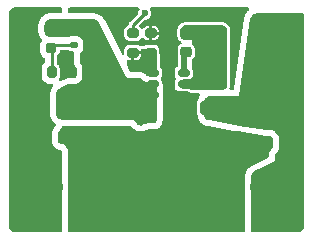
<source format=gbr>
G04 #@! TF.GenerationSoftware,KiCad,Pcbnew,8.0.8*
G04 #@! TF.CreationDate,2026-01-04T09:20:55-05:00*
G04 #@! TF.ProjectId,project-hw-60v-dcdc,70726f6a-6563-4742-9d68-772d3630762d,rev?*
G04 #@! TF.SameCoordinates,Original*
G04 #@! TF.FileFunction,Copper,L1,Top*
G04 #@! TF.FilePolarity,Positive*
%FSLAX46Y46*%
G04 Gerber Fmt 4.6, Leading zero omitted, Abs format (unit mm)*
G04 Created by KiCad (PCBNEW 8.0.8) date 2026-01-04 09:20:55*
%MOMM*%
%LPD*%
G01*
G04 APERTURE LIST*
G04 Aperture macros list*
%AMRoundRect*
0 Rectangle with rounded corners*
0 $1 Rounding radius*
0 $2 $3 $4 $5 $6 $7 $8 $9 X,Y pos of 4 corners*
0 Add a 4 corners polygon primitive as box body*
4,1,4,$2,$3,$4,$5,$6,$7,$8,$9,$2,$3,0*
0 Add four circle primitives for the rounded corners*
1,1,$1+$1,$2,$3*
1,1,$1+$1,$4,$5*
1,1,$1+$1,$6,$7*
1,1,$1+$1,$8,$9*
0 Add four rect primitives between the rounded corners*
20,1,$1+$1,$2,$3,$4,$5,0*
20,1,$1+$1,$4,$5,$6,$7,0*
20,1,$1+$1,$6,$7,$8,$9,0*
20,1,$1+$1,$8,$9,$2,$3,0*%
G04 Aperture macros list end*
G04 #@! TA.AperFunction,SMDPad,CuDef*
%ADD10RoundRect,0.250000X-1.100000X0.325000X-1.100000X-0.325000X1.100000X-0.325000X1.100000X0.325000X0*%
G04 #@! TD*
G04 #@! TA.AperFunction,SMDPad,CuDef*
%ADD11RoundRect,0.225000X0.250000X-0.225000X0.250000X0.225000X-0.250000X0.225000X-0.250000X-0.225000X0*%
G04 #@! TD*
G04 #@! TA.AperFunction,SMDPad,CuDef*
%ADD12RoundRect,0.150000X-0.375000X-0.150000X0.375000X-0.150000X0.375000X0.150000X-0.375000X0.150000X0*%
G04 #@! TD*
G04 #@! TA.AperFunction,SMDPad,CuDef*
%ADD13RoundRect,0.480000X1.520000X-1.770000X1.520000X1.770000X-1.520000X1.770000X-1.520000X-1.770000X0*%
G04 #@! TD*
G04 #@! TA.AperFunction,ComponentPad*
%ADD14C,1.700000*%
G04 #@! TD*
G04 #@! TA.AperFunction,SMDPad,CuDef*
%ADD15RoundRect,0.125000X0.175000X-0.125000X0.175000X0.125000X-0.175000X0.125000X-0.175000X-0.125000X0*%
G04 #@! TD*
G04 #@! TA.AperFunction,SMDPad,CuDef*
%ADD16RoundRect,0.200000X0.275000X-0.200000X0.275000X0.200000X-0.275000X0.200000X-0.275000X-0.200000X0*%
G04 #@! TD*
G04 #@! TA.AperFunction,SMDPad,CuDef*
%ADD17RoundRect,0.475000X-0.475000X-2.075000X0.475000X-2.075000X0.475000X2.075000X-0.475000X2.075000X0*%
G04 #@! TD*
G04 #@! TA.AperFunction,SMDPad,CuDef*
%ADD18RoundRect,0.200000X0.250000X0.200000X-0.250000X0.200000X-0.250000X-0.200000X0.250000X-0.200000X0*%
G04 #@! TD*
G04 #@! TA.AperFunction,SMDPad,CuDef*
%ADD19RoundRect,0.200000X-0.200000X-0.275000X0.200000X-0.275000X0.200000X0.275000X-0.200000X0.275000X0*%
G04 #@! TD*
G04 #@! TA.AperFunction,SMDPad,CuDef*
%ADD20RoundRect,0.225000X-0.250000X0.225000X-0.250000X-0.225000X0.250000X-0.225000X0.250000X0.225000X0*%
G04 #@! TD*
G04 #@! TA.AperFunction,SMDPad,CuDef*
%ADD21RoundRect,0.200000X-0.275000X0.200000X-0.275000X-0.200000X0.275000X-0.200000X0.275000X0.200000X0*%
G04 #@! TD*
G04 #@! TA.AperFunction,ViaPad*
%ADD22C,0.600000*%
G04 #@! TD*
G04 #@! TA.AperFunction,Conductor*
%ADD23C,0.500000*%
G04 #@! TD*
G04 #@! TA.AperFunction,Conductor*
%ADD24C,0.250000*%
G04 #@! TD*
G04 APERTURE END LIST*
D10*
X52000000Y-31025000D03*
X52000000Y-33975000D03*
D11*
X49500000Y-26275000D03*
X49500000Y-24725000D03*
D10*
X43500000Y-30525000D03*
X43500000Y-33475000D03*
D12*
X46700000Y-28050000D03*
X46700000Y-29000000D03*
X46700000Y-29950000D03*
X49300000Y-29950000D03*
X49300000Y-29000000D03*
X49300000Y-28050000D03*
D10*
X55500000Y-31025000D03*
X55500000Y-33975000D03*
D13*
X42000000Y-39250000D03*
D14*
X40730000Y-37730000D03*
X43270000Y-37730000D03*
D13*
X37000000Y-39250000D03*
D14*
X35730000Y-37730000D03*
X38270000Y-37730000D03*
D13*
X52000000Y-39250000D03*
D14*
X50730000Y-37730000D03*
X53270000Y-37730000D03*
D15*
X40000000Y-24300000D03*
X40000000Y-25700000D03*
D16*
X46500000Y-26325000D03*
X46500000Y-24675000D03*
D17*
X51900000Y-26500000D03*
X56100000Y-26500000D03*
D18*
X38100000Y-25950000D03*
X38100000Y-24050000D03*
X35900000Y-25000000D03*
D19*
X38175000Y-28000000D03*
X39825000Y-28000000D03*
D20*
X46500000Y-31725000D03*
X46500000Y-33275000D03*
D13*
X57000000Y-39250000D03*
D14*
X55730000Y-37730000D03*
X58270000Y-37730000D03*
D10*
X40000000Y-30525000D03*
X40000000Y-33475000D03*
D21*
X45000000Y-24675000D03*
X45000000Y-26325000D03*
D22*
X47750000Y-33750000D03*
X47000000Y-34500000D03*
X46000000Y-34500000D03*
X41000000Y-35000000D03*
X53000000Y-35500000D03*
X48000000Y-26500000D03*
X48000000Y-24500000D03*
X49000000Y-31000000D03*
X40000000Y-35000000D03*
X47750000Y-33000000D03*
X42500000Y-35000000D03*
X48000000Y-30000000D03*
X48000000Y-29000000D03*
X39500000Y-27000000D03*
X48000000Y-25500000D03*
X43500000Y-35000000D03*
X48000000Y-28000000D03*
X50000000Y-33000000D03*
X54000000Y-35500000D03*
X50000000Y-34000000D03*
X44500000Y-35000000D03*
X49750000Y-31000000D03*
X46000000Y-23000000D03*
X56000000Y-23500000D03*
D23*
X49300000Y-28050000D02*
X49300000Y-26475000D01*
X49300000Y-26475000D02*
X49500000Y-26275000D01*
D24*
X45000000Y-24000000D02*
X46000000Y-23000000D01*
X45000000Y-24675000D02*
X45000000Y-24000000D01*
X38100000Y-25950000D02*
X38350000Y-25700000D01*
X38175000Y-26025000D02*
X38100000Y-25950000D01*
X38350000Y-25700000D02*
X40000000Y-25700000D01*
X38175000Y-28000000D02*
X38175000Y-26025000D01*
G04 #@! TA.AperFunction,Conductor*
G36*
X59442539Y-23019685D02*
G01*
X59488294Y-23072489D01*
X59499500Y-23124000D01*
X59499500Y-40993038D01*
X59498720Y-41006923D01*
X59488540Y-41097264D01*
X59482362Y-41124333D01*
X59454648Y-41203537D01*
X59442600Y-41228555D01*
X59397957Y-41299604D01*
X59380644Y-41321313D01*
X59321313Y-41380644D01*
X59299604Y-41397957D01*
X59228555Y-41442600D01*
X59203537Y-41454648D01*
X59124333Y-41482362D01*
X59097264Y-41488540D01*
X59017075Y-41497576D01*
X59006921Y-41498720D01*
X58993038Y-41499500D01*
X55124000Y-41499500D01*
X55056961Y-41479815D01*
X55011206Y-41427011D01*
X55000000Y-41375500D01*
X55000000Y-36817608D01*
X55001186Y-36800502D01*
X55016648Y-36689490D01*
X55025994Y-36656587D01*
X55067711Y-36561947D01*
X55085688Y-36532859D01*
X55151681Y-36453220D01*
X55176925Y-36430151D01*
X55269310Y-36366668D01*
X55284075Y-36357961D01*
X56000000Y-36000000D01*
X56723607Y-35638197D01*
X56723609Y-35638195D01*
X57000000Y-35500000D01*
X57000000Y-35004265D01*
X57019685Y-34937226D01*
X57058903Y-34898727D01*
X57068656Y-34892712D01*
X57192712Y-34768656D01*
X57284814Y-34619334D01*
X57339999Y-34452797D01*
X57350500Y-34350009D01*
X57350499Y-33599992D01*
X57339999Y-33497203D01*
X57284814Y-33330666D01*
X57192712Y-33181344D01*
X57068656Y-33057288D01*
X57048019Y-33044559D01*
X57000000Y-33014940D01*
X57000000Y-33000000D01*
X56966808Y-32994468D01*
X56919336Y-32965187D01*
X56919331Y-32965185D01*
X56917862Y-32964698D01*
X56752797Y-32910001D01*
X56752795Y-32910000D01*
X56650016Y-32899500D01*
X56407260Y-32899500D01*
X56386881Y-32897813D01*
X54000000Y-32500000D01*
X53666124Y-32444354D01*
X51426412Y-32071068D01*
X51409477Y-32067005D01*
X51300924Y-32032745D01*
X51269582Y-32017749D01*
X51182142Y-31959602D01*
X51156190Y-31936498D01*
X51088314Y-31856372D01*
X51069792Y-31826977D01*
X51026807Y-31731159D01*
X51017171Y-31697788D01*
X51001223Y-31585078D01*
X51000000Y-31567706D01*
X51000000Y-30508125D01*
X51001061Y-30491940D01*
X51014906Y-30386776D01*
X51023284Y-30355508D01*
X51060740Y-30265081D01*
X51076923Y-30237050D01*
X51136513Y-30159392D01*
X51159392Y-30136513D01*
X51237050Y-30076923D01*
X51265079Y-30060740D01*
X51355509Y-30023283D01*
X51386775Y-30014906D01*
X51491941Y-30001061D01*
X51508126Y-30000000D01*
X53566352Y-30000000D01*
X54000000Y-30000000D01*
X54937420Y-23438059D01*
X54941164Y-23420777D01*
X54973670Y-23309738D01*
X54988313Y-23277613D01*
X55045963Y-23187782D01*
X55069069Y-23161088D01*
X55149702Y-23091155D01*
X55179398Y-23072056D01*
X55276473Y-23027692D01*
X55310349Y-23017739D01*
X55407309Y-23003789D01*
X55424863Y-23001264D01*
X55442520Y-23000000D01*
X59375500Y-23000000D01*
X59442539Y-23019685D01*
G37*
G04 #@! TD.AperFunction*
G04 #@! TA.AperFunction,Conductor*
G36*
X45504982Y-22520185D02*
G01*
X45550737Y-22572989D01*
X45560681Y-22642147D01*
X45536318Y-22699987D01*
X45519139Y-22722373D01*
X45519138Y-22722376D01*
X45463671Y-22856287D01*
X45463670Y-22856291D01*
X45446572Y-22986153D01*
X45418305Y-23050049D01*
X45411314Y-23057647D01*
X44769438Y-23699525D01*
X44699526Y-23769436D01*
X44650091Y-23855059D01*
X44650091Y-23855060D01*
X44650090Y-23855062D01*
X44644952Y-23874237D01*
X44624499Y-23950567D01*
X44623439Y-23958625D01*
X44620580Y-23958248D01*
X44604815Y-24011939D01*
X44552011Y-24057694D01*
X44541456Y-24061941D01*
X44512118Y-24072207D01*
X44402850Y-24152850D01*
X44322207Y-24262117D01*
X44322206Y-24262119D01*
X44277353Y-24390298D01*
X44277353Y-24390300D01*
X44274500Y-24420730D01*
X44274500Y-24929269D01*
X44277353Y-24959699D01*
X44277353Y-24959701D01*
X44322206Y-25087880D01*
X44322207Y-25087882D01*
X44402850Y-25197150D01*
X44512118Y-25277793D01*
X44546109Y-25289687D01*
X44640299Y-25322646D01*
X44670730Y-25325500D01*
X44670734Y-25325500D01*
X45329270Y-25325500D01*
X45359699Y-25322646D01*
X45359701Y-25322646D01*
X45423790Y-25300219D01*
X45487882Y-25277793D01*
X45597150Y-25197150D01*
X45677793Y-25087882D01*
X45677792Y-25087882D01*
X45680943Y-25083614D01*
X45736590Y-25041363D01*
X45806246Y-25035904D01*
X45867796Y-25068971D01*
X45891198Y-25100952D01*
X45897360Y-25113046D01*
X45897363Y-25113050D01*
X45986949Y-25202636D01*
X45986953Y-25202639D01*
X46099855Y-25260166D01*
X46193514Y-25274999D01*
X46374999Y-25274999D01*
X46625000Y-25274999D01*
X46806479Y-25274999D01*
X46900149Y-25260164D01*
X46900155Y-25260162D01*
X47013041Y-25202643D01*
X47013050Y-25202636D01*
X47102636Y-25113050D01*
X47102639Y-25113046D01*
X47160166Y-25000144D01*
X47175000Y-24906486D01*
X47175000Y-24800000D01*
X46625000Y-24800000D01*
X46625000Y-25274999D01*
X46374999Y-25274999D01*
X46375000Y-25274998D01*
X46375000Y-24550000D01*
X46625000Y-24550000D01*
X47174999Y-24550000D01*
X47174999Y-24443520D01*
X47160164Y-24349850D01*
X47160162Y-24349844D01*
X47102643Y-24236958D01*
X47102636Y-24236949D01*
X47013050Y-24147363D01*
X47013046Y-24147360D01*
X46900144Y-24089833D01*
X46806486Y-24075000D01*
X46625000Y-24075000D01*
X46625000Y-24550000D01*
X46375000Y-24550000D01*
X46375000Y-24075000D01*
X46193520Y-24075000D01*
X46099849Y-24089835D01*
X46099844Y-24089837D01*
X45986958Y-24147356D01*
X45986949Y-24147363D01*
X45897363Y-24236949D01*
X45897359Y-24236954D01*
X45891197Y-24249049D01*
X45843221Y-24299844D01*
X45775400Y-24316638D01*
X45709266Y-24294099D01*
X45680943Y-24266386D01*
X45659221Y-24236954D01*
X45597150Y-24152850D01*
X45587097Y-24145430D01*
X45544849Y-24089785D01*
X45539392Y-24020128D01*
X45572459Y-23958579D01*
X45572855Y-23958181D01*
X45942352Y-23588683D01*
X46003673Y-23555200D01*
X46013839Y-23553427D01*
X46143709Y-23536330D01*
X46277625Y-23480861D01*
X46392621Y-23392621D01*
X46480861Y-23277625D01*
X46536330Y-23143709D01*
X46555250Y-23000000D01*
X46536330Y-22856291D01*
X46480861Y-22722375D01*
X46480860Y-22722374D01*
X46480860Y-22722373D01*
X46463682Y-22699987D01*
X46438487Y-22634818D01*
X46452525Y-22566373D01*
X46501338Y-22516383D01*
X46562057Y-22500500D01*
X54726988Y-22500500D01*
X54794027Y-22520185D01*
X54839782Y-22572989D01*
X54849726Y-22642147D01*
X54820701Y-22705703D01*
X54808233Y-22718176D01*
X54737876Y-22779195D01*
X54737844Y-22779225D01*
X54686881Y-22830238D01*
X54686854Y-22830267D01*
X54663764Y-22856942D01*
X54663748Y-22856962D01*
X54620536Y-22914755D01*
X54562892Y-23004577D01*
X54562882Y-23004593D01*
X54528348Y-23067941D01*
X54528335Y-23067968D01*
X54513711Y-23100050D01*
X54513703Y-23100070D01*
X54513700Y-23100077D01*
X54488531Y-23167716D01*
X54488528Y-23167723D01*
X54488526Y-23167731D01*
X54456028Y-23278740D01*
X54447127Y-23313738D01*
X54443381Y-23331026D01*
X54437000Y-23366576D01*
X53576792Y-29388036D01*
X53547824Y-29451618D01*
X53489080Y-29489446D01*
X53454038Y-29494500D01*
X53293867Y-29494500D01*
X53226828Y-29474815D01*
X53181073Y-29422011D01*
X53171129Y-29352853D01*
X53179306Y-29323048D01*
X53212765Y-29242268D01*
X53212766Y-29242265D01*
X53223507Y-29210625D01*
X53223509Y-29210620D01*
X53231887Y-29179353D01*
X53238407Y-29146576D01*
X53252253Y-29041412D01*
X53253892Y-29024772D01*
X53254953Y-29008586D01*
X53255500Y-28991874D01*
X53255500Y-24508125D01*
X53254953Y-24491413D01*
X53253892Y-24475227D01*
X53252253Y-24458587D01*
X53238407Y-24353423D01*
X53231887Y-24320646D01*
X53223509Y-24289379D01*
X53212766Y-24257733D01*
X53212762Y-24257724D01*
X53175317Y-24167323D01*
X53175310Y-24167307D01*
X53175310Y-24167306D01*
X53160528Y-24137330D01*
X53144343Y-24109297D01*
X53125776Y-24081509D01*
X53066193Y-24003859D01*
X53066181Y-24003846D01*
X53066177Y-24003840D01*
X53044160Y-23978735D01*
X53044151Y-23978726D01*
X53021268Y-23955843D01*
X52996142Y-23933809D01*
X52918508Y-23874237D01*
X52918490Y-23874223D01*
X52918488Y-23874222D01*
X52890699Y-23855654D01*
X52890693Y-23855650D01*
X52890681Y-23855643D01*
X52862675Y-23839475D01*
X52862665Y-23839469D01*
X52832693Y-23824689D01*
X52832691Y-23824688D01*
X52832681Y-23824683D01*
X52832675Y-23824681D01*
X52742275Y-23787236D01*
X52742265Y-23787232D01*
X52712679Y-23777188D01*
X52687453Y-23765313D01*
X52683699Y-23762998D01*
X52683696Y-23762996D01*
X52522709Y-23709651D01*
X52423346Y-23699500D01*
X51376662Y-23699500D01*
X51376644Y-23699501D01*
X51277292Y-23709650D01*
X51277289Y-23709651D01*
X51191118Y-23738206D01*
X51152114Y-23744500D01*
X49508126Y-23744500D01*
X49494546Y-23744944D01*
X49491410Y-23745047D01*
X49475202Y-23746109D01*
X49458599Y-23747745D01*
X49353430Y-23761591D01*
X49320654Y-23768110D01*
X49289376Y-23776490D01*
X49257738Y-23787229D01*
X49167311Y-23824684D01*
X49137320Y-23839474D01*
X49109298Y-23855654D01*
X49081517Y-23874216D01*
X49081489Y-23874237D01*
X49003849Y-23933813D01*
X48978729Y-23955843D01*
X48955843Y-23978729D01*
X48933813Y-24003849D01*
X48874233Y-24081493D01*
X48874230Y-24081498D01*
X48855645Y-24109313D01*
X48839463Y-24137343D01*
X48824687Y-24167307D01*
X48787236Y-24257723D01*
X48787236Y-24257724D01*
X48776487Y-24289386D01*
X48768110Y-24320652D01*
X48768109Y-24320655D01*
X48761593Y-24353421D01*
X48747745Y-24458603D01*
X48746109Y-24475201D01*
X48745047Y-24491409D01*
X48744500Y-24508138D01*
X48744500Y-24741860D01*
X48745047Y-24758589D01*
X48746109Y-24774797D01*
X48747745Y-24791395D01*
X48761593Y-24896577D01*
X48768112Y-24929356D01*
X48770277Y-24937436D01*
X48774500Y-24969517D01*
X48774500Y-24995479D01*
X48774501Y-24995491D01*
X48780587Y-25052114D01*
X48803316Y-25113050D01*
X48828372Y-25180226D01*
X48910313Y-25289687D01*
X49019774Y-25371628D01*
X49052458Y-25383818D01*
X49108390Y-25425687D01*
X49132808Y-25491151D01*
X49117957Y-25559424D01*
X49068552Y-25608830D01*
X49052461Y-25616179D01*
X49019774Y-25628371D01*
X48910313Y-25710313D01*
X48828373Y-25819771D01*
X48780587Y-25947889D01*
X48774500Y-26004498D01*
X48774500Y-26545481D01*
X48774501Y-26545490D01*
X48780587Y-26602114D01*
X48780588Y-26602118D01*
X48791680Y-26631852D01*
X48799500Y-26675189D01*
X48799500Y-27438466D01*
X48779815Y-27505505D01*
X48731796Y-27548950D01*
X48686656Y-27571950D01*
X48596954Y-27661652D01*
X48596951Y-27661657D01*
X48596950Y-27661658D01*
X48579798Y-27695321D01*
X48539352Y-27774698D01*
X48524500Y-27868475D01*
X48524500Y-28231517D01*
X48533098Y-28285805D01*
X48539354Y-28325304D01*
X48596950Y-28438342D01*
X48596953Y-28438345D01*
X48602689Y-28446241D01*
X48601334Y-28447224D01*
X48629411Y-28498642D01*
X48624427Y-28568334D01*
X48601987Y-28603249D01*
X48602689Y-28603759D01*
X48596951Y-28611657D01*
X48539352Y-28724698D01*
X48524500Y-28818475D01*
X48524500Y-29181517D01*
X48534122Y-29242266D01*
X48539354Y-29275304D01*
X48596950Y-29388342D01*
X48596952Y-29388344D01*
X48596954Y-29388347D01*
X48686652Y-29478045D01*
X48686654Y-29478046D01*
X48686658Y-29478050D01*
X48799696Y-29535646D01*
X48799698Y-29535647D01*
X48871583Y-29547031D01*
X48893481Y-29550500D01*
X48941315Y-29550499D01*
X49008353Y-29570182D01*
X49016801Y-29576123D01*
X49017384Y-29576570D01*
X49025973Y-29582881D01*
X49034419Y-29588819D01*
X49034419Y-29588820D01*
X49034421Y-29588821D01*
X49034424Y-29588823D01*
X49109395Y-29624965D01*
X49176434Y-29644650D01*
X49176439Y-29644650D01*
X49176440Y-29644651D01*
X49188071Y-29646323D01*
X49248419Y-29655000D01*
X49676656Y-29655000D01*
X49696050Y-29656526D01*
X49700963Y-29657304D01*
X49737862Y-29669292D01*
X49797347Y-29699602D01*
X49797347Y-29699601D01*
X49827337Y-29714882D01*
X49842697Y-29720479D01*
X49853216Y-29725465D01*
X49920255Y-29745150D01*
X49920259Y-29745150D01*
X49920261Y-29745151D01*
X49931892Y-29746823D01*
X49992240Y-29755500D01*
X50560039Y-29755500D01*
X50627078Y-29775185D01*
X50672833Y-29827989D01*
X50682777Y-29897147D01*
X50663141Y-29948391D01*
X50639140Y-29984310D01*
X50639137Y-29984314D01*
X50622960Y-30012336D01*
X50593720Y-30071631D01*
X50556266Y-30162053D01*
X50556262Y-30162064D01*
X50535008Y-30224675D01*
X50526630Y-30255944D01*
X50513731Y-30320795D01*
X50508374Y-30361478D01*
X50484704Y-30419596D01*
X50456203Y-30457670D01*
X50456202Y-30457671D01*
X50405910Y-30592513D01*
X50405909Y-30592517D01*
X50399500Y-30652127D01*
X50399500Y-30652134D01*
X50399500Y-30652135D01*
X50399500Y-31397870D01*
X50399501Y-31397876D01*
X50405908Y-31457483D01*
X50456202Y-31592328D01*
X50456206Y-31592335D01*
X50480935Y-31625369D01*
X50504445Y-31682306D01*
X50516656Y-31768602D01*
X50531509Y-31838013D01*
X50541149Y-31871398D01*
X50565591Y-31938065D01*
X50608571Y-32033873D01*
X50608574Y-32033878D01*
X50608576Y-32033883D01*
X50612463Y-32041136D01*
X50642114Y-32096462D01*
X50660637Y-32125859D01*
X50680883Y-32153478D01*
X50702605Y-32183112D01*
X50754235Y-32244060D01*
X50770482Y-32263239D01*
X50820052Y-32314044D01*
X50820065Y-32314056D01*
X50846017Y-32337160D01*
X50902229Y-32380528D01*
X50989669Y-32438675D01*
X51051406Y-32473742D01*
X51082748Y-32488738D01*
X51148782Y-32514806D01*
X51181668Y-32525185D01*
X51257321Y-32549062D01*
X51257331Y-32549065D01*
X51257335Y-32549066D01*
X51291545Y-32558556D01*
X51308480Y-32562619D01*
X51343308Y-32569690D01*
X53583020Y-32942976D01*
X53916896Y-32998622D01*
X56303777Y-33396435D01*
X56345178Y-33401590D01*
X56350938Y-33402066D01*
X56365564Y-33403278D01*
X56407252Y-33405000D01*
X56407260Y-33405000D01*
X56617942Y-33405000D01*
X56630487Y-33405636D01*
X56632800Y-33405872D01*
X56659233Y-33411527D01*
X56678823Y-33418018D01*
X56694407Y-33423183D01*
X56714972Y-33432134D01*
X56716078Y-33432741D01*
X56730857Y-33442818D01*
X56731024Y-33442588D01*
X56734618Y-33445176D01*
X56740662Y-33448904D01*
X56763245Y-33466761D01*
X56783238Y-33486754D01*
X56801096Y-33509339D01*
X56815946Y-33533415D01*
X56828112Y-33559506D01*
X56838469Y-33590760D01*
X56844121Y-33617150D01*
X56844356Y-33619448D01*
X56844999Y-33632063D01*
X56844999Y-34317933D01*
X56844356Y-34330542D01*
X56844121Y-34332841D01*
X56838470Y-34359236D01*
X56828113Y-34390491D01*
X56815946Y-34416583D01*
X56801096Y-34440659D01*
X56783238Y-34463244D01*
X56727195Y-34519287D01*
X56715977Y-34529224D01*
X56704787Y-34537988D01*
X56704784Y-34537990D01*
X56665567Y-34576489D01*
X56665560Y-34576497D01*
X56594433Y-34663928D01*
X56534663Y-34794802D01*
X56514976Y-34861847D01*
X56494500Y-35004266D01*
X56494500Y-35110948D01*
X56474815Y-35177987D01*
X56425954Y-35221857D01*
X55773934Y-35547867D01*
X55058016Y-35905824D01*
X55027296Y-35922535D01*
X55012548Y-35931231D01*
X54983012Y-35950057D01*
X54890645Y-36013527D01*
X54890641Y-36013531D01*
X54835921Y-36056993D01*
X54835918Y-36056996D01*
X54810676Y-36080063D01*
X54810675Y-36080064D01*
X54762450Y-36130681D01*
X54762443Y-36130689D01*
X54696461Y-36210316D01*
X54696449Y-36210331D01*
X54655677Y-36267113D01*
X54637705Y-36296193D01*
X54605155Y-36358053D01*
X54563436Y-36452699D01*
X54539729Y-36518467D01*
X54530383Y-36551373D01*
X54530379Y-36551388D01*
X54515981Y-36619753D01*
X54515981Y-36619756D01*
X54500519Y-36730768D01*
X54500517Y-36730785D01*
X54500516Y-36730794D01*
X54496897Y-36765531D01*
X54495712Y-36782624D01*
X54494500Y-36817619D01*
X54494500Y-41375500D01*
X54474815Y-41442539D01*
X54422011Y-41488294D01*
X54370500Y-41499500D01*
X39629500Y-41499500D01*
X39562461Y-41479815D01*
X39516706Y-41427011D01*
X39505500Y-41375500D01*
X39505500Y-34674509D01*
X39505500Y-34674499D01*
X39493947Y-34567042D01*
X39482740Y-34515527D01*
X39448605Y-34412977D01*
X39370814Y-34291940D01*
X39325057Y-34239137D01*
X39216319Y-34144920D01*
X39216318Y-34144919D01*
X39085440Y-34085154D01*
X39018403Y-34065472D01*
X39018399Y-34065471D01*
X39018402Y-34065471D01*
X39018390Y-34065469D01*
X38950242Y-34055673D01*
X38941605Y-34051728D01*
X38879011Y-34045331D01*
X38876527Y-34045027D01*
X38873306Y-34044749D01*
X38867167Y-34044122D01*
X38840762Y-34038470D01*
X38809507Y-34028113D01*
X38783415Y-34015946D01*
X38759339Y-34001096D01*
X38736754Y-33983238D01*
X38716760Y-33963244D01*
X38698901Y-33940657D01*
X38684051Y-33916580D01*
X38671886Y-33890493D01*
X38661528Y-33859237D01*
X38655872Y-33832801D01*
X38655637Y-33830500D01*
X38655000Y-33817942D01*
X38655000Y-33132055D01*
X38655636Y-33119511D01*
X38655872Y-33117195D01*
X38661525Y-33090768D01*
X38671885Y-33059504D01*
X38684048Y-33033421D01*
X38698906Y-33009331D01*
X38716757Y-32986756D01*
X38752597Y-32950916D01*
X38767808Y-32937980D01*
X38771455Y-32935354D01*
X38798604Y-32912679D01*
X38850624Y-32862500D01*
X38930559Y-32742868D01*
X38960714Y-32679840D01*
X38960719Y-32679829D01*
X38960720Y-32679824D01*
X38960723Y-32679818D01*
X38988078Y-32592450D01*
X39026894Y-32534354D01*
X39090957Y-32506467D01*
X39106413Y-32505500D01*
X44739254Y-32505500D01*
X44806293Y-32525185D01*
X44826929Y-32541814D01*
X44990358Y-32705243D01*
X45014497Y-32727852D01*
X45026692Y-32738547D01*
X45052267Y-32759536D01*
X45052275Y-32759542D01*
X45136423Y-32824112D01*
X45136438Y-32824123D01*
X45174051Y-32849254D01*
X45191412Y-32860854D01*
X45219446Y-32877039D01*
X45278746Y-32906282D01*
X45278751Y-32906284D01*
X45278755Y-32906286D01*
X45369160Y-32943733D01*
X45369162Y-32943733D01*
X45369171Y-32943737D01*
X45412409Y-32958414D01*
X45431763Y-32964984D01*
X45431769Y-32964985D01*
X45431779Y-32964989D01*
X45463045Y-32973367D01*
X45527900Y-32986268D01*
X45573756Y-32992305D01*
X45573759Y-32992306D01*
X45573759Y-32992305D01*
X45607468Y-32996743D01*
X45620029Y-32998397D01*
X45620029Y-32998398D01*
X45633053Y-33000113D01*
X45659100Y-33002678D01*
X45665969Y-33003355D01*
X45665974Y-33003355D01*
X45665981Y-33003356D01*
X45682166Y-33004417D01*
X45715233Y-33005500D01*
X45715247Y-33005500D01*
X45724802Y-33005500D01*
X45724808Y-33005500D01*
X45734713Y-33005257D01*
X45749581Y-33004893D01*
X45759497Y-33004406D01*
X45761703Y-33004298D01*
X45786391Y-33002480D01*
X45926121Y-32968170D01*
X45978431Y-32947059D01*
X45978430Y-32947058D01*
X46003782Y-32936827D01*
X46004567Y-32935872D01*
X46024952Y-32924633D01*
X46056179Y-32911065D01*
X46056180Y-32911064D01*
X46056188Y-32911061D01*
X46144060Y-32856858D01*
X46170140Y-32844697D01*
X46195508Y-32836291D01*
X46234504Y-32830000D01*
X46825762Y-32830000D01*
X46826657Y-32829511D01*
X46851806Y-32826679D01*
X46862451Y-32826573D01*
X46862731Y-32826571D01*
X46917268Y-32819902D01*
X46917270Y-32819901D01*
X46917274Y-32819901D01*
X47026921Y-32793835D01*
X47154013Y-32726388D01*
X47198162Y-32694150D01*
X47205386Y-32690121D01*
X47210441Y-32685185D01*
X47210442Y-32685185D01*
X47313384Y-32584664D01*
X47324115Y-32570679D01*
X47332216Y-32558556D01*
X47360845Y-32515709D01*
X47360845Y-32515708D01*
X47360849Y-32515703D01*
X47377034Y-32487670D01*
X47406280Y-32428364D01*
X47443736Y-32337937D01*
X47464990Y-32275325D01*
X47473368Y-32244058D01*
X47486268Y-32179209D01*
X47500114Y-32074045D01*
X47503356Y-32041125D01*
X47504417Y-32024939D01*
X47505500Y-31991874D01*
X47505500Y-29008125D01*
X47504417Y-28975060D01*
X47503356Y-28958874D01*
X47500114Y-28925955D01*
X47495687Y-28892330D01*
X47480372Y-28818780D01*
X47480367Y-28818761D01*
X47471714Y-28788631D01*
X47468422Y-28773799D01*
X47460646Y-28724696D01*
X47403050Y-28611658D01*
X47403045Y-28611653D01*
X47397311Y-28603759D01*
X47398665Y-28602774D01*
X47370590Y-28551368D01*
X47375569Y-28481676D01*
X47398013Y-28446751D01*
X47397311Y-28446241D01*
X47403042Y-28438349D01*
X47403050Y-28438342D01*
X47460646Y-28325304D01*
X47460646Y-28325302D01*
X47460647Y-28325301D01*
X47475499Y-28231524D01*
X47475500Y-28231519D01*
X47475499Y-27868482D01*
X47460646Y-27774696D01*
X47403050Y-27661658D01*
X47403046Y-27661654D01*
X47403045Y-27661652D01*
X47313344Y-27571951D01*
X47306611Y-27567059D01*
X47263947Y-27511727D01*
X47255500Y-27466743D01*
X47255500Y-26508138D01*
X47255500Y-26508125D01*
X47254953Y-26491413D01*
X47253892Y-26475227D01*
X47252253Y-26458587D01*
X47238407Y-26353423D01*
X47231887Y-26320646D01*
X47229723Y-26312571D01*
X47225500Y-26280484D01*
X47225500Y-26070730D01*
X47222646Y-26040300D01*
X47222646Y-26040298D01*
X47177793Y-25912119D01*
X47177792Y-25912117D01*
X47109640Y-25819774D01*
X47097150Y-25802850D01*
X46987882Y-25722207D01*
X46987880Y-25722206D01*
X46859700Y-25677353D01*
X46829270Y-25674500D01*
X46829266Y-25674500D01*
X46170734Y-25674500D01*
X46170730Y-25674500D01*
X46140300Y-25677353D01*
X46140298Y-25677353D01*
X46012117Y-25722207D01*
X46003902Y-25726549D01*
X46002874Y-25724605D01*
X45949115Y-25744241D01*
X45941109Y-25744500D01*
X45798996Y-25744500D01*
X45744686Y-25750338D01*
X45693180Y-25761543D01*
X45693171Y-25761546D01*
X45666809Y-25768778D01*
X45666803Y-25768780D01*
X45666801Y-25768781D01*
X45666798Y-25768782D01*
X45659641Y-25771748D01*
X45658569Y-25769161D01*
X45603485Y-25782159D01*
X45537602Y-25758894D01*
X45536598Y-25758161D01*
X45487882Y-25722207D01*
X45487880Y-25722206D01*
X45359700Y-25677353D01*
X45329270Y-25674500D01*
X45329266Y-25674500D01*
X44670734Y-25674500D01*
X44670730Y-25674500D01*
X44640300Y-25677353D01*
X44640298Y-25677353D01*
X44512119Y-25722206D01*
X44512117Y-25722207D01*
X44402850Y-25802850D01*
X44322207Y-25912117D01*
X44322206Y-25912119D01*
X44277353Y-26040298D01*
X44277353Y-26040300D01*
X44274500Y-26070730D01*
X44274500Y-26393398D01*
X44254815Y-26460437D01*
X44202011Y-26506192D01*
X44132853Y-26516136D01*
X44069297Y-26487111D01*
X44039591Y-26448852D01*
X42594179Y-23558024D01*
X42582377Y-23536330D01*
X42577463Y-23527297D01*
X42568752Y-23512526D01*
X42549953Y-23483032D01*
X42549946Y-23483021D01*
X42486478Y-23390656D01*
X42467352Y-23366576D01*
X42443003Y-23335919D01*
X42438531Y-23331026D01*
X42419927Y-23310668D01*
X42419914Y-23310655D01*
X42369315Y-23262450D01*
X42289681Y-23196461D01*
X42289678Y-23196459D01*
X42232889Y-23155679D01*
X42232885Y-23155676D01*
X42203826Y-23137717D01*
X42203800Y-23137702D01*
X42197646Y-23134464D01*
X42141948Y-23105157D01*
X42141939Y-23105153D01*
X42141933Y-23105150D01*
X42047315Y-23063441D01*
X41981536Y-23039730D01*
X41981517Y-23039724D01*
X41948654Y-23030390D01*
X41948640Y-23030386D01*
X41948628Y-23030383D01*
X41948620Y-23030381D01*
X41948611Y-23030379D01*
X41880276Y-23015987D01*
X41880257Y-23015983D01*
X41880248Y-23015982D01*
X41880230Y-23015979D01*
X41880227Y-23015979D01*
X41769251Y-23000521D01*
X41769244Y-23000520D01*
X41769235Y-23000519D01*
X41734433Y-22996894D01*
X41734430Y-22996893D01*
X41734413Y-22996892D01*
X41717339Y-22995709D01*
X41691708Y-22994822D01*
X41682392Y-22994500D01*
X41682388Y-22994500D01*
X39629500Y-22994500D01*
X39562461Y-22974815D01*
X39516706Y-22922011D01*
X39505500Y-22870500D01*
X39505500Y-22624500D01*
X39525185Y-22557461D01*
X39577989Y-22511706D01*
X39629500Y-22500500D01*
X45437943Y-22500500D01*
X45504982Y-22520185D01*
G37*
G04 #@! TD.AperFunction*
G04 #@! TA.AperFunction,Conductor*
G36*
X39560139Y-26095185D02*
G01*
X39580781Y-26111819D01*
X39603789Y-26134827D01*
X39711572Y-26187518D01*
X39716375Y-26189866D01*
X39789364Y-26200500D01*
X39884425Y-26200500D01*
X39951464Y-26220185D01*
X39997219Y-26272989D01*
X40007163Y-26342146D01*
X39994500Y-26430221D01*
X39994500Y-27157982D01*
X39997397Y-27212030D01*
X39997397Y-27212031D01*
X40000229Y-27238364D01*
X40000232Y-27238391D01*
X40008885Y-27291787D01*
X40008885Y-27291789D01*
X40015352Y-27309126D01*
X40059168Y-27426599D01*
X40092653Y-27487922D01*
X40151895Y-27567059D01*
X40176740Y-27600248D01*
X40183584Y-27610400D01*
X40196339Y-27631500D01*
X40208603Y-27658750D01*
X40212338Y-27670734D01*
X40214385Y-27677301D01*
X40220000Y-27714193D01*
X40220000Y-28285805D01*
X40214383Y-28322702D01*
X40208602Y-28341250D01*
X40196339Y-28368498D01*
X40187419Y-28383255D01*
X40168980Y-28406791D01*
X40156791Y-28418980D01*
X40133258Y-28437417D01*
X40118502Y-28446337D01*
X40091250Y-28458603D01*
X40072701Y-28464384D01*
X40035805Y-28470000D01*
X39578269Y-28470000D01*
X39527654Y-28475893D01*
X39462139Y-28483521D01*
X39462136Y-28483521D01*
X39462133Y-28483522D01*
X39462128Y-28483522D01*
X39406701Y-28496606D01*
X39406694Y-28496608D01*
X39406687Y-28496610D01*
X39406685Y-28496611D01*
X39401082Y-28498642D01*
X39296754Y-28536455D01*
X39296741Y-28536461D01*
X38879331Y-28745166D01*
X38810566Y-28757541D01*
X38746027Y-28730773D01*
X38706205Y-28673363D01*
X38703743Y-28603537D01*
X38724105Y-28560626D01*
X38777793Y-28487882D01*
X38809893Y-28396145D01*
X38822646Y-28359701D01*
X38822646Y-28359699D01*
X38825500Y-28329269D01*
X38825500Y-27670730D01*
X38822646Y-27640300D01*
X38822646Y-27640298D01*
X38777793Y-27512119D01*
X38777792Y-27512117D01*
X38772912Y-27505505D01*
X38697150Y-27402850D01*
X38642994Y-27362881D01*
X38600866Y-27331789D01*
X38558615Y-27276141D01*
X38550500Y-27232019D01*
X38550500Y-26624529D01*
X38570185Y-26557490D01*
X38600867Y-26524759D01*
X38651878Y-26487111D01*
X38672150Y-26472150D01*
X38752793Y-26362882D01*
X38784248Y-26272989D01*
X38797646Y-26234701D01*
X38797646Y-26234699D01*
X38800500Y-26204269D01*
X38800500Y-26199500D01*
X38820185Y-26132461D01*
X38872989Y-26086706D01*
X38924500Y-26075500D01*
X39493100Y-26075500D01*
X39560139Y-26095185D01*
G37*
G04 #@! TD.AperFunction*
G04 #@! TA.AperFunction,Conductor*
G36*
X38943039Y-22520185D02*
G01*
X38988794Y-22572989D01*
X39000000Y-22624500D01*
X39000000Y-22870500D01*
X38980315Y-22937539D01*
X38927511Y-22983294D01*
X38876000Y-22994500D01*
X38008126Y-22994500D01*
X37975059Y-22995583D01*
X37958858Y-22996645D01*
X37925979Y-22999883D01*
X37905762Y-23002542D01*
X37905745Y-23002546D01*
X37820794Y-23013730D01*
X37755947Y-23026629D01*
X37724692Y-23035003D01*
X37724684Y-23035005D01*
X37662076Y-23056256D01*
X37662052Y-23056265D01*
X37571666Y-23093703D01*
X37571630Y-23093720D01*
X37512324Y-23122966D01*
X37484296Y-23139149D01*
X37429325Y-23175879D01*
X37429297Y-23175900D01*
X37351666Y-23235469D01*
X37301937Y-23279082D01*
X37279082Y-23301937D01*
X37235469Y-23351666D01*
X37175900Y-23429297D01*
X37175879Y-23429325D01*
X37139153Y-23484289D01*
X37122972Y-23512314D01*
X37093701Y-23571675D01*
X37089036Y-23582939D01*
X37089035Y-23582942D01*
X37056269Y-23662043D01*
X37035005Y-23724687D01*
X37035003Y-23724691D01*
X37026630Y-23755944D01*
X37013730Y-23820800D01*
X36999887Y-23925949D01*
X36996644Y-23958867D01*
X36995583Y-23975056D01*
X36994500Y-24008139D01*
X36994500Y-24491859D01*
X36995583Y-24524942D01*
X36996644Y-24541131D01*
X36999887Y-24574049D01*
X37013730Y-24679198D01*
X37026630Y-24744054D01*
X37035008Y-24775323D01*
X37056262Y-24837934D01*
X37056266Y-24837945D01*
X37093714Y-24928354D01*
X37122970Y-24987680D01*
X37139149Y-25015702D01*
X37175880Y-25070673D01*
X37235469Y-25148331D01*
X37270162Y-25187890D01*
X37299565Y-25251271D01*
X37290033Y-25320488D01*
X37283051Y-25333798D01*
X37206523Y-25460391D01*
X37155913Y-25622807D01*
X37149500Y-25693386D01*
X37149500Y-26206613D01*
X37155913Y-26277192D01*
X37155913Y-26277194D01*
X37155914Y-26277196D01*
X37206522Y-26439606D01*
X37294530Y-26585188D01*
X37414816Y-26705474D01*
X37489649Y-26750711D01*
X37536837Y-26802238D01*
X37549500Y-26856828D01*
X37549500Y-27108480D01*
X37529815Y-27175519D01*
X37513181Y-27196161D01*
X37419531Y-27289810D01*
X37419530Y-27289811D01*
X37331522Y-27435393D01*
X37280913Y-27597807D01*
X37274500Y-27668386D01*
X37274500Y-28331613D01*
X37280913Y-28402192D01*
X37331522Y-28564606D01*
X37419530Y-28710188D01*
X37539811Y-28830469D01*
X37539813Y-28830470D01*
X37539815Y-28830472D01*
X37685394Y-28918478D01*
X37847804Y-28969086D01*
X37918384Y-28975500D01*
X37918387Y-28975500D01*
X38127249Y-28975500D01*
X38194288Y-28995185D01*
X38240043Y-29047989D01*
X38249987Y-29117147D01*
X38222729Y-29178618D01*
X38196448Y-29210332D01*
X38155677Y-29267113D01*
X38137705Y-29296193D01*
X38105155Y-29358053D01*
X38063436Y-29452699D01*
X38039729Y-29518467D01*
X38030383Y-29551373D01*
X38030379Y-29551388D01*
X38015981Y-29619753D01*
X38015981Y-29619756D01*
X38000519Y-29730768D01*
X38000517Y-29730785D01*
X38000516Y-29730794D01*
X37996897Y-29765531D01*
X37995712Y-29782624D01*
X37994500Y-29817619D01*
X37994500Y-31491859D01*
X37995583Y-31524942D01*
X37996644Y-31541131D01*
X37999887Y-31574049D01*
X38013730Y-31679198D01*
X38026630Y-31744054D01*
X38035008Y-31775323D01*
X38056262Y-31837934D01*
X38056266Y-31837945D01*
X38093714Y-31928354D01*
X38122970Y-31987680D01*
X38139149Y-32015702D01*
X38175880Y-32070673D01*
X38175885Y-32070680D01*
X38235468Y-32148330D01*
X38262549Y-32179209D01*
X38279070Y-32198048D01*
X38301950Y-32220928D01*
X38301956Y-32220933D01*
X38351669Y-32264531D01*
X38429319Y-32324114D01*
X38451204Y-32338737D01*
X38496008Y-32392348D01*
X38504717Y-32461673D01*
X38474562Y-32524701D01*
X38447413Y-32547376D01*
X38431343Y-32557288D01*
X38307289Y-32681342D01*
X38215187Y-32830663D01*
X38215185Y-32830668D01*
X38199819Y-32877039D01*
X38160001Y-32997203D01*
X38160001Y-32997204D01*
X38160000Y-32997204D01*
X38149500Y-33099983D01*
X38149500Y-33850001D01*
X38149501Y-33850019D01*
X38160000Y-33952796D01*
X38160001Y-33952799D01*
X38215185Y-34119331D01*
X38215186Y-34119334D01*
X38307288Y-34268656D01*
X38431344Y-34392712D01*
X38580666Y-34484814D01*
X38747203Y-34539999D01*
X38849991Y-34550500D01*
X38875999Y-34550499D01*
X38943036Y-34570181D01*
X38988793Y-34622984D01*
X39000000Y-34674499D01*
X39000000Y-41375500D01*
X38980315Y-41442539D01*
X38927511Y-41488294D01*
X38876000Y-41499500D01*
X35006962Y-41499500D01*
X34993078Y-41498720D01*
X34980553Y-41497308D01*
X34902735Y-41488540D01*
X34875666Y-41482362D01*
X34796462Y-41454648D01*
X34771444Y-41442600D01*
X34700395Y-41397957D01*
X34678686Y-41380644D01*
X34619355Y-41321313D01*
X34602042Y-41299604D01*
X34557399Y-41228555D01*
X34545351Y-41203537D01*
X34517637Y-41124333D01*
X34511459Y-41097263D01*
X34501280Y-41006922D01*
X34500500Y-40993038D01*
X34500500Y-23006961D01*
X34501280Y-22993077D01*
X34507538Y-22937539D01*
X34511459Y-22902731D01*
X34517635Y-22875670D01*
X34545353Y-22796456D01*
X34557396Y-22771450D01*
X34602046Y-22700389D01*
X34619351Y-22678690D01*
X34678690Y-22619351D01*
X34700389Y-22602046D01*
X34771450Y-22557396D01*
X34796456Y-22545353D01*
X34875670Y-22517635D01*
X34902733Y-22511459D01*
X34965419Y-22504396D01*
X34993079Y-22501280D01*
X35006962Y-22500500D01*
X38876000Y-22500500D01*
X38943039Y-22520185D01*
G37*
G04 #@! TD.AperFunction*
G04 #@! TA.AperFunction,Conductor*
G36*
X46508059Y-26001061D02*
G01*
X46613223Y-26014906D01*
X46644491Y-26023284D01*
X46734918Y-26060740D01*
X46762952Y-26076925D01*
X46840602Y-26136509D01*
X46863491Y-26159398D01*
X46923074Y-26237048D01*
X46939259Y-26265081D01*
X46976715Y-26355508D01*
X46985093Y-26386775D01*
X46998939Y-26491939D01*
X47000000Y-26508125D01*
X47000000Y-27991874D01*
X46998939Y-28008060D01*
X46985093Y-28113224D01*
X46976715Y-28144491D01*
X46939259Y-28234918D01*
X46923076Y-28262949D01*
X46911095Y-28278563D01*
X46897343Y-28296485D01*
X46840918Y-28337688D01*
X46798967Y-28345000D01*
X46322012Y-28345000D01*
X46287413Y-28340075D01*
X46281996Y-28338501D01*
X46253471Y-28326156D01*
X46248894Y-28323449D01*
X46224337Y-28304400D01*
X46205533Y-28285596D01*
X46194533Y-28273002D01*
X46146701Y-28210141D01*
X46146693Y-28210130D01*
X46107000Y-28168936D01*
X46106998Y-28168935D01*
X46106994Y-28168930D01*
X46016283Y-28094432D01*
X46016282Y-28094431D01*
X45885413Y-28034664D01*
X45885408Y-28034662D01*
X45885407Y-28034662D01*
X45818368Y-28014977D01*
X45818370Y-28014977D01*
X45818365Y-28014976D01*
X45770261Y-28008060D01*
X45675948Y-27994500D01*
X45675946Y-27994500D01*
X44889051Y-27994500D01*
X44822012Y-27974815D01*
X44778142Y-27925954D01*
X44513091Y-27395851D01*
X44500000Y-27340397D01*
X44500000Y-27039535D01*
X44519685Y-26972496D01*
X44572489Y-26926741D01*
X44641647Y-26916797D01*
X44643399Y-26917062D01*
X44693515Y-26924999D01*
X44874999Y-26924999D01*
X45125000Y-26924999D01*
X45306479Y-26924999D01*
X45400149Y-26910164D01*
X45400155Y-26910162D01*
X45513041Y-26852643D01*
X45513050Y-26852636D01*
X45602636Y-26763050D01*
X45602639Y-26763046D01*
X45660166Y-26650144D01*
X45675000Y-26556486D01*
X45675000Y-26450000D01*
X45125000Y-26450000D01*
X45125000Y-26924999D01*
X44874999Y-26924999D01*
X44875000Y-26924998D01*
X44875000Y-26449000D01*
X44894685Y-26381961D01*
X44947489Y-26336206D01*
X44999000Y-26325000D01*
X45000000Y-26325000D01*
X45000000Y-26324000D01*
X45019685Y-26256961D01*
X45072489Y-26211206D01*
X45124000Y-26200000D01*
X45674999Y-26200000D01*
X45674999Y-26124000D01*
X45694684Y-26056961D01*
X45747488Y-26011206D01*
X45798999Y-26000000D01*
X46491874Y-26000000D01*
X46508059Y-26001061D01*
G37*
G04 #@! TD.AperFunction*
G04 #@! TA.AperFunction,Conductor*
G36*
X52508059Y-24001061D02*
G01*
X52613223Y-24014906D01*
X52644491Y-24023284D01*
X52734918Y-24060740D01*
X52762952Y-24076925D01*
X52840602Y-24136509D01*
X52863491Y-24159398D01*
X52923074Y-24237048D01*
X52939259Y-24265081D01*
X52976715Y-24355508D01*
X52985093Y-24386775D01*
X52998939Y-24491939D01*
X53000000Y-24508125D01*
X53000000Y-28991874D01*
X52998939Y-29008060D01*
X52985093Y-29113224D01*
X52976715Y-29144491D01*
X52939259Y-29234918D01*
X52923074Y-29262951D01*
X52863491Y-29340601D01*
X52840601Y-29363491D01*
X52762951Y-29423074D01*
X52734918Y-29439259D01*
X52644491Y-29476715D01*
X52613224Y-29485093D01*
X52519398Y-29497446D01*
X52508058Y-29498939D01*
X52491874Y-29500000D01*
X49992240Y-29500000D01*
X49925201Y-29480315D01*
X49919358Y-29476321D01*
X49913345Y-29471953D01*
X49913342Y-29471950D01*
X49817418Y-29423074D01*
X49800301Y-29414352D01*
X49706524Y-29399500D01*
X49248419Y-29399500D01*
X49181380Y-29379815D01*
X49172929Y-29373873D01*
X49159392Y-29363485D01*
X49136508Y-29340601D01*
X49076923Y-29262949D01*
X49060740Y-29234918D01*
X49023284Y-29144491D01*
X49014906Y-29113224D01*
X49002130Y-29016179D01*
X49002130Y-28983820D01*
X49014906Y-28886773D01*
X49023284Y-28855508D01*
X49060740Y-28765081D01*
X49076926Y-28737047D01*
X49136508Y-28659399D01*
X49159398Y-28636509D01*
X49172935Y-28626122D01*
X49238105Y-28600929D01*
X49248406Y-28600499D01*
X49706518Y-28600499D01*
X49800304Y-28585646D01*
X49913342Y-28528050D01*
X49941392Y-28500000D01*
X50000000Y-28500000D01*
X50000000Y-28441392D01*
X50003045Y-28438347D01*
X50003050Y-28438342D01*
X50060646Y-28325304D01*
X50060646Y-28325302D01*
X50060647Y-28325301D01*
X50075499Y-28231524D01*
X50075500Y-28231519D01*
X50075499Y-27868482D01*
X50060646Y-27774696D01*
X50013515Y-27682196D01*
X50000000Y-27625902D01*
X50000000Y-26968895D01*
X50019685Y-26901856D01*
X50049686Y-26869630D01*
X50089687Y-26839687D01*
X50171628Y-26730226D01*
X50219412Y-26602114D01*
X50221687Y-26580944D01*
X50225499Y-26545501D01*
X50225499Y-26545494D01*
X50225500Y-26545485D01*
X50225499Y-26004516D01*
X50219412Y-25947886D01*
X50171628Y-25819774D01*
X50089687Y-25710313D01*
X50089685Y-25710312D01*
X50089685Y-25710311D01*
X50016098Y-25655225D01*
X50000000Y-25634502D01*
X50000000Y-25250000D01*
X49500000Y-25250000D01*
X49483593Y-25247840D01*
X49386775Y-25235093D01*
X49355508Y-25226715D01*
X49265081Y-25189259D01*
X49237048Y-25173074D01*
X49159398Y-25113491D01*
X49136508Y-25090601D01*
X49076925Y-25012951D01*
X49060740Y-24984918D01*
X49023284Y-24894491D01*
X49014906Y-24863223D01*
X49001061Y-24758059D01*
X49000000Y-24741874D01*
X49000000Y-24508125D01*
X49001061Y-24491940D01*
X49014906Y-24386776D01*
X49023284Y-24355508D01*
X49060740Y-24265081D01*
X49076923Y-24237050D01*
X49136513Y-24159392D01*
X49159392Y-24136513D01*
X49237050Y-24076923D01*
X49265079Y-24060740D01*
X49355509Y-24023283D01*
X49386775Y-24014906D01*
X49491941Y-24001061D01*
X49508126Y-24000000D01*
X52491874Y-24000000D01*
X52508059Y-24001061D01*
G37*
G04 #@! TD.AperFunction*
G04 #@! TA.AperFunction,Conductor*
G36*
X41699497Y-23501185D02*
G01*
X41810510Y-23516648D01*
X41843414Y-23525994D01*
X41938048Y-23567710D01*
X41967143Y-23585691D01*
X42046775Y-23651678D01*
X42069852Y-23676930D01*
X42133330Y-23769310D01*
X42142041Y-23784081D01*
X44361797Y-28223596D01*
X44361801Y-28223603D01*
X44361803Y-28223607D01*
X44361804Y-28223609D01*
X44500000Y-28500000D01*
X45675948Y-28500000D01*
X45742987Y-28519685D01*
X45782680Y-28560879D01*
X45806917Y-28601862D01*
X45806923Y-28601870D01*
X45923129Y-28718076D01*
X45923133Y-28718079D01*
X45923135Y-28718081D01*
X46064602Y-28801744D01*
X46106224Y-28813836D01*
X46222426Y-28847597D01*
X46222429Y-28847597D01*
X46222431Y-28847598D01*
X46259306Y-28850500D01*
X46259314Y-28850500D01*
X46871573Y-28850500D01*
X46938612Y-28870185D01*
X46984367Y-28922989D01*
X46994512Y-28958314D01*
X46998939Y-28991939D01*
X47000000Y-29008125D01*
X47000000Y-31991874D01*
X46998939Y-32008060D01*
X46985093Y-32113224D01*
X46976715Y-32144491D01*
X46939259Y-32234918D01*
X46923074Y-32262951D01*
X46912343Y-32276936D01*
X46855915Y-32318139D01*
X46801371Y-32324809D01*
X46799629Y-32324631D01*
X46798345Y-32324500D01*
X46798344Y-32324500D01*
X46201662Y-32324500D01*
X46201644Y-32324501D01*
X46102292Y-32334650D01*
X46102289Y-32334651D01*
X45941305Y-32387996D01*
X45941294Y-32388001D01*
X45790809Y-32480823D01*
X45789249Y-32478294D01*
X45736939Y-32499405D01*
X45724808Y-32500000D01*
X45715233Y-32500000D01*
X45699048Y-32498939D01*
X45686024Y-32497224D01*
X45593882Y-32485093D01*
X45562616Y-32476715D01*
X45472191Y-32439260D01*
X45444157Y-32423075D01*
X45359996Y-32358496D01*
X45347801Y-32347801D01*
X45146451Y-32146450D01*
X45146445Y-32146445D01*
X45000000Y-32000000D01*
X44792893Y-32000000D01*
X44792886Y-32000000D01*
X39008126Y-32000000D01*
X38991941Y-31998939D01*
X38978917Y-31997224D01*
X38886775Y-31985093D01*
X38855508Y-31976715D01*
X38765081Y-31939259D01*
X38737048Y-31923074D01*
X38659398Y-31863491D01*
X38636508Y-31840601D01*
X38576925Y-31762951D01*
X38560740Y-31734918D01*
X38523284Y-31644491D01*
X38514906Y-31613223D01*
X38501061Y-31508059D01*
X38500000Y-31491874D01*
X38500000Y-29817608D01*
X38501186Y-29800502D01*
X38516648Y-29689490D01*
X38525994Y-29656587D01*
X38567711Y-29561947D01*
X38585688Y-29532859D01*
X38651681Y-29453220D01*
X38676925Y-29430151D01*
X38769310Y-29366668D01*
X38784075Y-29357961D01*
X39522817Y-28988590D01*
X39578271Y-28975500D01*
X40081613Y-28975500D01*
X40081616Y-28975500D01*
X40152196Y-28969086D01*
X40314606Y-28918478D01*
X40460185Y-28830472D01*
X40580472Y-28710185D01*
X40668478Y-28564606D01*
X40719086Y-28402196D01*
X40725500Y-28331616D01*
X40725500Y-27668384D01*
X40719086Y-27597804D01*
X40668478Y-27435394D01*
X40580472Y-27289815D01*
X40580470Y-27289813D01*
X40580469Y-27289811D01*
X40536319Y-27245661D01*
X40502834Y-27184338D01*
X40500000Y-27157980D01*
X40500000Y-26430222D01*
X40519685Y-26363183D01*
X40555682Y-26328498D01*
X40555257Y-26327950D01*
X40560355Y-26323995D01*
X40560881Y-26323489D01*
X40561090Y-26323364D01*
X40561420Y-26323170D01*
X40673170Y-26211420D01*
X40753618Y-26075390D01*
X40797709Y-25923627D01*
X40800500Y-25888163D01*
X40800499Y-25511838D01*
X40797709Y-25476373D01*
X40753618Y-25324610D01*
X40673170Y-25188580D01*
X40673168Y-25188578D01*
X40673165Y-25188574D01*
X40561425Y-25076834D01*
X40561416Y-25076827D01*
X40500000Y-25040505D01*
X40500000Y-25000000D01*
X40431508Y-25000000D01*
X40425390Y-24996382D01*
X40425385Y-24996380D01*
X40273633Y-24952292D01*
X40273620Y-24952290D01*
X40238163Y-24949500D01*
X39761849Y-24949500D01*
X39761824Y-24949501D01*
X39726376Y-24952290D01*
X39701137Y-24959622D01*
X39579099Y-24995077D01*
X39544509Y-25000000D01*
X38008126Y-25000000D01*
X37991941Y-24998939D01*
X37978917Y-24997224D01*
X37886775Y-24985093D01*
X37855508Y-24976715D01*
X37765081Y-24939259D01*
X37737048Y-24923074D01*
X37659398Y-24863491D01*
X37636508Y-24840601D01*
X37576925Y-24762951D01*
X37560740Y-24734918D01*
X37523284Y-24644491D01*
X37514906Y-24613223D01*
X37501061Y-24508059D01*
X37500000Y-24491874D01*
X37500000Y-24008125D01*
X37501061Y-23991940D01*
X37514906Y-23886776D01*
X37523284Y-23855508D01*
X37556056Y-23776390D01*
X37560740Y-23765079D01*
X37576923Y-23737050D01*
X37636513Y-23659392D01*
X37659392Y-23636513D01*
X37737050Y-23576923D01*
X37765079Y-23560740D01*
X37855509Y-23523283D01*
X37886775Y-23514906D01*
X37971654Y-23503731D01*
X37991941Y-23501061D01*
X38008126Y-23500000D01*
X41682392Y-23500000D01*
X41699497Y-23501185D01*
G37*
G04 #@! TD.AperFunction*
M02*

</source>
